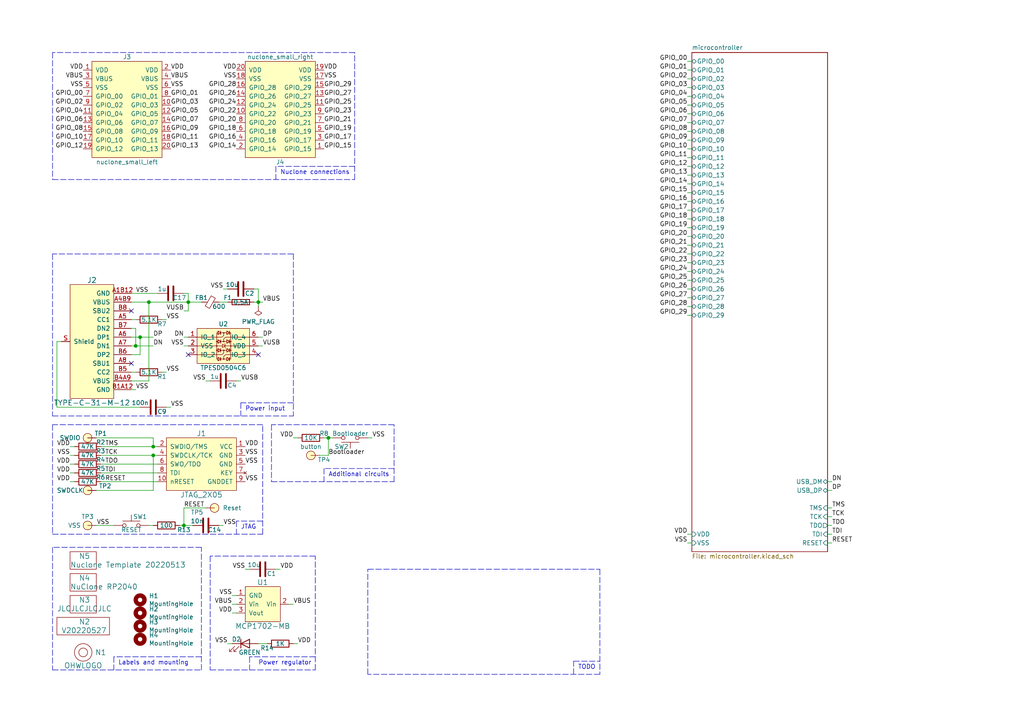
<source format=kicad_sch>
(kicad_sch (version 20211123) (generator eeschema)
  (paper "A4")
  (lib_symbols
    (symbol "Device:C" (pin_numbers hide) (pin_names (offset 0.254))
      (property "Reference" "C" (at 0.635 2.54 0))
      (property "Value" "C" (at 0.635 -2.54 0))
      (symbol "C_0_1"
        (polyline (pts (xy -2.032 -0.762) (xy 2.032 -0.762)) (stroke (width 0.508)))
        (polyline (pts (xy -2.032 0.762) (xy 2.032 0.762)) (stroke (width 0.508)))
      )
      (symbol "C_1_1"
        (pin passive line (at 0 3.81 270) (length 2.794) (name "~") (number "1"))
        (pin passive line (at 0 -3.81 90) (length 2.794) (name "~") (number "2"))
      )
    )
    (symbol "Device:FerriteBead_Small" (pin_numbers hide) (pin_names (offset 0))
      (property "Reference" "FB" (at 1.905 1.27 0))
      (property "Value" "FerriteBead_Small" (at 1.905 -1.27 0))
      (symbol "FerriteBead_Small_0_1"
        (polyline (pts (xy 0 -1.27) (xy 0 -0.7874)))
        (polyline (pts (xy 0 0.889) (xy 0 1.2954)))
        (polyline (pts (xy -1.8288 0.2794) (xy -1.1176 1.4986) (xy 1.8288 -0.2032) (xy 1.1176 -1.4224) (xy -1.8288 0.2794)))
      )
      (symbol "FerriteBead_Small_1_1"
        (pin passive line (at 0 2.54 270) (length 1.27) (name "~") (number "1"))
        (pin passive line (at 0 -2.54 90) (length 1.27) (name "~") (number "2"))
      )
    )
    (symbol "Device:Fuse" (pin_numbers hide) (pin_names (offset 0))
      (property "Reference" "F" (at 2.032 0 90))
      (property "Value" "Fuse" (at -1.905 0 90))
      (symbol "Fuse_0_1"
        (rectangle (start -0.762 -2.54) (end 0.762 2.54) (stroke (width 0.254)))
        (polyline (pts (xy 0 2.54) (xy 0 -2.54)))
      )
      (symbol "Fuse_1_1"
        (pin passive line (at 0 3.81 270) (length 1.27) (name "~") (number "1"))
        (pin passive line (at 0 -3.81 90) (length 1.27) (name "~") (number "2"))
      )
    )
    (symbol "Device:LED" (pin_numbers hide) (pin_names (offset 1.016) hide)
      (property "Reference" "D" (at 0 2.54 0))
      (property "Value" "LED" (at 0 -2.54 0))
      (symbol "LED_0_1"
        (polyline (pts (xy -1.27 -1.27) (xy -1.27 1.27)) (stroke (width 0.254)))
        (polyline (pts (xy -1.27 0) (xy 1.27 0)))
        (polyline (pts (xy 1.27 -1.27) (xy 1.27 1.27) (xy -1.27 0) (xy 1.27 -1.27)) (stroke (width 0.254)))
        (polyline (pts (xy -3.048 -0.762) (xy -4.572 -2.286) (xy -3.81 -2.286) (xy -4.572 -2.286) (xy -4.572 -1.524)))
        (polyline (pts (xy -1.778 -0.762) (xy -3.302 -2.286) (xy -2.54 -2.286) (xy -3.302 -2.286) (xy -3.302 -1.524)))
      )
      (symbol "LED_1_1"
        (pin passive line (at -3.81 0 0) (length 2.54) (name "K") (number "1"))
        (pin passive line (at 3.81 0 180) (length 2.54) (name "A") (number "2"))
      )
    )
    (symbol "Device:R" (pin_numbers hide) (pin_names (offset 0))
      (property "Reference" "R" (at 2.032 0 90))
      (property "Value" "R" (at 0 0 90))
      (symbol "R_0_1"
        (rectangle (start -1.016 -2.54) (end 1.016 2.54) (stroke (width 0.254)))
      )
      (symbol "R_1_1"
        (pin passive line (at 0 3.81 270) (length 1.27) (name "~") (number "1"))
        (pin passive line (at 0 -3.81 90) (length 1.27) (name "~") (number "2"))
      )
    )
    (symbol "Mechanical:MountingHole" (pin_names (offset 1.016))
      (property "Reference" "H" (at 0 5.08 0))
      (property "Value" "MountingHole" (at 0 3.175 0))
      (symbol "MountingHole_0_1"
        (circle (center 0 0) (radius 1.27) (stroke (width 1.27)))
      )
    )
    (symbol "SquantorConnectorsNamed:JTAG_2X05_IN" (pin_names (offset 1.016))
      (property "Reference" "J" (at 0 8.89 0))
      (property "Value" "JTAG_2X05_IN" (at 0 -8.89 0))
      (symbol "JTAG_2X05_IN_0_1"
        (rectangle (start -10.16 7.62) (end 10.16 -7.62) (fill (type background)))
      )
      (symbol "JTAG_2X05_IN_1_1"
        (pin power_in line (at 12.7 5.08 180) (length 2.54) (name "VCC") (number "1"))
        (pin open_collector line (at -12.7 -5.08 0) (length 2.54) (name "nRESET") (number "10"))
        (pin bidirectional line (at -12.7 5.08 0) (length 2.54) (name "SWDIO/TMS") (number "2"))
        (pin power_in line (at 12.7 2.54 180) (length 2.54) (name "GND") (number "3"))
        (pin output line (at -12.7 2.54 0) (length 2.54) (name "SWDCLK/TCK") (number "4"))
        (pin power_in line (at 12.7 0 180) (length 2.54) (name "GND") (number "5"))
        (pin output line (at -12.7 0 0) (length 2.54) (name "SWO/TDO") (number "6"))
        (pin no_connect line (at 12.7 -2.54 180) (length 2.54) (name "KEY") (number "7"))
        (pin input line (at -12.7 -2.54 0) (length 2.54) (name "TDI") (number "8"))
        (pin power_in line (at 12.7 -5.08 180) (length 2.54) (name "GNDDET") (number "9"))
      )
    )
    (symbol "SquantorConnectorsNamed:nuclone_small_left" (pin_names (offset 1.016))
      (property "Reference" "J" (at 0 15.24 0))
      (property "Value" "nuclone_small_left" (at 0 -15.24 0))
      (symbol "nuclone_small_left_0_1"
        (rectangle (start -10.16 13.97) (end 10.16 -13.97) (fill (type background)))
      )
      (symbol "nuclone_small_left_1_1"
        (pin power_in line (at -12.7 11.43 0) (length 2.54) (name "VDD") (number "1"))
        (pin bidirectional line (at 12.7 1.27 180) (length 2.54) (name "GPIO_03") (number "10"))
        (pin bidirectional line (at -12.7 -1.27 0) (length 2.54) (name "GPIO_04") (number "11"))
        (pin bidirectional line (at 12.7 -1.27 180) (length 2.54) (name "GPIO_05") (number "12"))
        (pin bidirectional line (at -12.7 -3.81 0) (length 2.54) (name "GPIO_06") (number "13"))
        (pin bidirectional line (at 12.7 -3.81 180) (length 2.54) (name "GPIO_07") (number "14"))
        (pin bidirectional line (at -12.7 -6.35 0) (length 2.54) (name "GPIO_08") (number "15"))
        (pin bidirectional line (at 12.7 -6.35 180) (length 2.54) (name "GPIO_09") (number "16"))
        (pin bidirectional line (at -12.7 -8.89 0) (length 2.54) (name "GPIO_10") (number "17"))
        (pin bidirectional line (at 12.7 -8.89 180) (length 2.54) (name "GPIO_11") (number "18"))
        (pin bidirectional line (at -12.7 -11.43 0) (length 2.54) (name "GPIO_12") (number "19"))
        (pin power_in line (at 12.7 11.43 180) (length 2.54) (name "VDD") (number "2"))
        (pin bidirectional line (at 12.7 -11.43 180) (length 2.54) (name "GPIO_13") (number "20"))
        (pin power_in line (at -12.7 8.89 0) (length 2.54) (name "VBUS") (number "3"))
        (pin power_in line (at 12.7 8.89 180) (length 2.54) (name "VBUS") (number "4"))
        (pin power_in line (at -12.7 6.35 0) (length 2.54) (name "VSS") (number "5"))
        (pin power_in line (at 12.7 6.35 180) (length 2.54) (name "VSS") (number "6"))
        (pin bidirectional line (at -12.7 3.81 0) (length 2.54) (name "GPIO_00") (number "7"))
        (pin bidirectional line (at 12.7 3.81 180) (length 2.54) (name "GPIO_01") (number "8"))
        (pin bidirectional line (at -12.7 1.27 0) (length 2.54) (name "GPIO_02") (number "9"))
      )
    )
    (symbol "SquantorConnectorsNamed:nuclone_small_right" (pin_names (offset 1.016))
      (property "Reference" "J" (at 0 -15.24 0))
      (property "Value" "nuclone_small_right" (at 0 15.24 0))
      (symbol "nuclone_small_right_0_1"
        (rectangle (start 10.16 -13.97) (end -10.16 13.97) (fill (type background)))
      )
      (symbol "nuclone_small_right_1_1"
        (pin bidirectional line (at 12.7 -11.43 180) (length 2.54) (name "GPIO_15") (number "1"))
        (pin bidirectional line (at -12.7 -1.27 0) (length 2.54) (name "GPIO_22") (number "10"))
        (pin bidirectional line (at 12.7 1.27 180) (length 2.54) (name "GPIO_25") (number "11"))
        (pin bidirectional line (at -12.7 1.27 0) (length 2.54) (name "GPIO_24") (number "12"))
        (pin bidirectional line (at 12.7 3.81 180) (length 2.54) (name "GPIO_27") (number "13"))
        (pin bidirectional line (at -12.7 3.81 0) (length 2.54) (name "GPIO_26") (number "14"))
        (pin bidirectional line (at 12.7 6.35 180) (length 2.54) (name "GPIO_29") (number "15"))
        (pin bidirectional line (at -12.7 6.35 0) (length 2.54) (name "GPIO_28") (number "16"))
        (pin power_in line (at 12.7 8.89 180) (length 2.54) (name "VSS") (number "17"))
        (pin power_in line (at -12.7 8.89 0) (length 2.54) (name "VSS") (number "18"))
        (pin power_in line (at 12.7 11.43 180) (length 2.54) (name "VDD") (number "19"))
        (pin bidirectional line (at -12.7 -11.43 0) (length 2.54) (name "GPIO_14") (number "2"))
        (pin power_in line (at -12.7 11.43 0) (length 2.54) (name "VDD") (number "20"))
        (pin bidirectional line (at 12.7 -8.89 180) (length 2.54) (name "GPIO_17") (number "3"))
        (pin bidirectional line (at -12.7 -8.89 0) (length 2.54) (name "GPIO_16") (number "4"))
        (pin bidirectional line (at 12.7 -6.35 180) (length 2.54) (name "GPIO_19") (number "5"))
        (pin bidirectional line (at -12.7 -6.35 0) (length 2.54) (name "GPIO_18") (number "6"))
        (pin bidirectional line (at 12.7 -3.81 180) (length 2.54) (name "GPIO_21") (number "7"))
        (pin bidirectional line (at -12.7 -3.81 0) (length 2.54) (name "GPIO_20") (number "8"))
        (pin bidirectional line (at 12.7 -1.27 180) (length 2.54) (name "GPIO_23") (number "9"))
      )
    )
    (symbol "SquantorDevice:TVS_4_Array" (pin_names (offset 1.016))
      (property "Reference" "U" (at 0 7.62 0))
      (property "Value" "TVS_4_Array" (at 0 -5.08 0))
      (symbol "TVS_4_Array_0_1"
        (rectangle (start -7.62 6.35) (end 7.62 -3.81) (fill (type background)))
        (circle (center -1.905 0) (radius 0.127))
        (circle (center -1.905 1.27) (radius 0.127))
        (circle (center -1.905 2.54) (radius 0.127))
        (polyline (pts (xy -7.62 1.27) (xy -0.254 1.27)))
        (polyline (pts (xy -1.905 5.08) (xy -1.905 -2.54)))
        (polyline (pts (xy -1.524 -2.54) (xy -1.905 -2.54)))
        (polyline (pts (xy -1.524 0) (xy -1.905 0)))
        (polyline (pts (xy -1.524 2.54) (xy -1.905 2.54)))
        (polyline (pts (xy -1.524 5.08) (xy -1.905 5.08)))
        (polyline (pts (xy -0.762 -2.54) (xy 1.016 -2.54)))
        (polyline (pts (xy -0.762 -2.032) (xy -0.762 -3.048)))
        (polyline (pts (xy -0.762 -2.032) (xy -0.762 -3.048)))
        (polyline (pts (xy -0.762 0) (xy 1.016 0)))
        (polyline (pts (xy -0.762 0.508) (xy -0.762 -0.508)))
        (polyline (pts (xy -0.762 0.508) (xy -0.762 -0.508)))
        (polyline (pts (xy -0.762 2.54) (xy 1.016 2.54)))
        (polyline (pts (xy -0.762 3.048) (xy -0.762 2.032)))
        (polyline (pts (xy -0.762 3.048) (xy -0.762 2.032)))
        (polyline (pts (xy -0.762 5.08) (xy 1.016 5.08)))
        (polyline (pts (xy -0.762 5.588) (xy -0.762 4.572)))
        (polyline (pts (xy -0.762 5.588) (xy -0.762 4.572)))
        (polyline (pts (xy 0.508 1.27) (xy 7.62 1.27)))
        (polyline (pts (xy 1.778 -2.54) (xy 2.159 -2.54)))
        (polyline (pts (xy 1.778 -2.032) (xy 1.778 -3.048)))
        (polyline (pts (xy 1.778 -2.032) (xy 1.778 -3.048)))
        (polyline (pts (xy 1.778 0) (xy 2.159 0)))
        (polyline (pts (xy 1.778 0.508) (xy 1.778 -0.508)))
        (polyline (pts (xy 1.778 0.508) (xy 1.778 -0.508)))
        (polyline (pts (xy 1.778 2.54) (xy 2.159 2.54)))
        (polyline (pts (xy 1.778 3.048) (xy 1.778 2.032)))
        (polyline (pts (xy 1.778 3.048) (xy 1.778 2.032)))
        (polyline (pts (xy 1.778 5.08) (xy 2.159 5.08)))
        (polyline (pts (xy 1.778 5.588) (xy 1.778 4.572)))
        (polyline (pts (xy 1.778 5.588) (xy 1.778 4.572)))
        (polyline (pts (xy 2.159 5.08) (xy 2.159 -2.54)))
        (polyline (pts (xy 0.508 1.27) (xy 0.508 0.762) (xy 0.635 0.635)))
        (polyline (pts (xy 0.508 1.27) (xy 0.508 1.778) (xy 0.381 1.905)))
        (polyline (pts (xy -7.62 -1.27) (xy -0.381 -1.27) (xy 0.127 -0.762) (xy 0.127 0)))
        (polyline (pts (xy -7.62 3.81) (xy -0.381 3.81) (xy 0.127 4.318) (xy 0.127 5.08)))
        (polyline (pts (xy 0.508 1.27) (xy -0.254 1.778) (xy -0.254 0.762) (xy 0.508 1.27)))
        (polyline (pts (xy 7.62 -1.27) (xy 0.635 -1.27) (xy 0.127 -1.778) (xy 0.127 -2.413)))
        (polyline (pts (xy 7.62 3.81) (xy 0.635 3.81) (xy 0.127 3.302) (xy 0.127 2.667)))
        (circle (center 0.127 -2.54) (radius 0.127))
        (circle (center 0.127 0) (radius 0.127))
        (circle (center 0.127 2.54) (radius 0.127))
        (circle (center 0.127 5.08) (radius 0.127))
        (circle (center 2.159 0) (radius 0.127))
        (circle (center 2.159 1.27) (radius 0.127))
        (circle (center 2.159 2.54) (radius 0.127))
      )
      (symbol "TVS_4_Array_1_1"
        (polyline (pts (xy -0.762 -2.54) (xy -1.524 -2.032) (xy -1.524 -3.048) (xy -0.762 -2.54)))
        (polyline (pts (xy -0.762 -2.54) (xy -1.524 -2.032) (xy -1.524 -3.048) (xy -0.762 -2.54)))
        (polyline (pts (xy -0.762 0) (xy -1.524 0.508) (xy -1.524 -0.508) (xy -0.762 0)))
        (polyline (pts (xy -0.762 0) (xy -1.524 0.508) (xy -1.524 -0.508) (xy -0.762 0)))
        (polyline (pts (xy -0.762 2.54) (xy -1.524 3.048) (xy -1.524 2.032) (xy -0.762 2.54)))
        (polyline (pts (xy -0.762 2.54) (xy -1.524 3.048) (xy -1.524 2.032) (xy -0.762 2.54)))
        (polyline (pts (xy -0.762 5.08) (xy -1.524 5.588) (xy -1.524 4.572) (xy -0.762 5.08)))
        (polyline (pts (xy -0.762 5.08) (xy -1.524 5.588) (xy -1.524 4.572) (xy -0.762 5.08)))
        (polyline (pts (xy 1.778 -2.54) (xy 1.016 -2.032) (xy 1.016 -3.048) (xy 1.778 -2.54)))
        (polyline (pts (xy 1.778 -2.54) (xy 1.016 -2.032) (xy 1.016 -3.048) (xy 1.778 -2.54)))
        (polyline (pts (xy 1.778 0) (xy 1.016 0.508) (xy 1.016 -0.508) (xy 1.778 0)))
        (polyline (pts (xy 1.778 0) (xy 1.016 0.508) (xy 1.016 -0.508) (xy 1.778 0)))
        (polyline (pts (xy 1.778 2.54) (xy 1.016 3.048) (xy 1.016 2.032) (xy 1.778 2.54)))
        (polyline (pts (xy 1.778 2.54) (xy 1.016 3.048) (xy 1.016 2.032) (xy 1.778 2.54)))
        (polyline (pts (xy 1.778 5.08) (xy 1.016 5.588) (xy 1.016 4.572) (xy 1.778 5.08)))
        (polyline (pts (xy 1.778 5.08) (xy 1.016 5.588) (xy 1.016 4.572) (xy 1.778 5.08)))
        (pin passive line (at -10.16 3.81 0) (length 2.54) (name "IO_1") (number "1"))
        (pin power_in line (at -10.16 1.27 0) (length 2.54) (name "VSS") (number "2"))
        (pin passive line (at -10.16 -1.27 0) (length 2.54) (name "IO_2") (number "3"))
        (pin passive line (at 10.16 -1.27 180) (length 2.54) (name "IO_3") (number "4"))
        (pin power_in line (at 10.16 1.27 180) (length 2.54) (name "VDD") (number "5"))
        (pin passive line (at 10.16 3.81 180) (length 2.54) (name "IO_4") (number "6"))
      )
    )
    (symbol "SquantorLabels:Label" (pin_names (offset 1.016))
      (property "Reference" "N" (at 0 1.27 0))
      (property "Value" "Label" (at 0 -1.27 0))
      (symbol "Label_0_1"
        (rectangle (start -3.81 2.54) (end 3.81 -2.54))
      )
    )
    (symbol "SquantorLabels:OHWLOGO" (pin_names (offset 1.016))
      (property "Reference" "N" (at 0 3.81 0))
      (property "Value" "OHWLOGO" (at 0 -3.81 0))
      (symbol "OHWLOGO_0_1"
        (circle (center 0 0) (radius 1.27))
        (circle (center 0 0) (radius 2.54))
      )
    )
    (symbol "SquantorLabels:VYYYYMMDD" (pin_names (offset 1.016))
      (property "Reference" "N" (at 0 2.54 0))
      (property "Value" "VYYYYMMDD" (at 0 0 0))
      (symbol "VYYYYMMDD_0_1"
        (rectangle (start 7.62 -1.27) (end -7.62 3.81))
      )
    )
    (symbol "SquantorMicrochip:MCP1702-MB" (pin_names (offset 1.016))
      (property "Reference" "U" (at 0 6.35 0))
      (property "Value" "MCP1702-MB" (at 0 -6.35 0))
      (symbol "MCP1702-MB_0_1"
        (rectangle (start -5.08 5.08) (end 5.08 -5.08) (fill (type background)))
      )
      (symbol "MCP1702-MB_1_1"
        (pin power_in line (at -7.62 2.54 0) (length 2.54) (name "GND") (number "1"))
        (pin power_in line (at -7.62 0 0) (length 2.54) (name "Vin") (number "2"))
        (pin power_in line (at 7.62 0 180) (length 2.54) (name "Vin") (number "2"))
        (pin power_out line (at -7.62 -2.54 0) (length 2.54) (name "Vout") (number "3"))
      )
    )
    (symbol "SquantorProto:testpad" (pin_numbers hide) (pin_names (offset 1.016) hide)
      (property "Reference" "TP" (at 0 2.54 0))
      (property "Value" "testpad" (at 0 -2.54 0))
      (symbol "testpad_0_1"
        (circle (center 0 0) (radius 1.27) (fill (type background)))
      )
      (symbol "testpad_1_1"
        (pin passive line (at -2.54 0 0) (length 2.54) (name "1") (number "1"))
      )
    )
    (symbol "SquantorUsb:USB-C_PD_USB" (pin_names (offset 1.016))
      (property "Reference" "J" (at 0 17.78 0))
      (property "Value" "USB-C_PD_USB" (at 0 -17.78 0))
      (symbol "USB-C_PD_USB_0_1"
        (rectangle (start 6.35 16.51) (end -6.35 -16.51) (fill (type background)))
      )
      (symbol "USB-C_PD_USB_1_1"
        (pin power_out line (at 11.43 13.97 180) (length 5.08) (name "GND") (number "A1B12"))
        (pin power_out line (at 11.43 11.43 180) (length 5.08) (name "VBUS") (number "A4B9"))
        (pin bidirectional line (at 11.43 6.35 180) (length 5.08) (name "CC1") (number "A5"))
        (pin bidirectional line (at 11.43 1.27 180) (length 5.08) (name "DP1") (number "A6"))
        (pin bidirectional line (at 11.43 -1.27 180) (length 5.08) (name "DN1") (number "A7"))
        (pin bidirectional line (at 11.43 -6.35 180) (length 5.08) (name "SBU1") (number "A8"))
        (pin passive line (at 11.43 -13.97 180) (length 5.08) (name "GND") (number "B1A12"))
        (pin passive line (at 11.43 -11.43 180) (length 5.08) (name "VBUS") (number "B4A9"))
        (pin bidirectional line (at 11.43 -8.89 180) (length 5.08) (name "CC2") (number "B5"))
        (pin bidirectional line (at 11.43 -3.81 180) (length 5.08) (name "DP2") (number "B6"))
        (pin bidirectional line (at 11.43 3.81 180) (length 5.08) (name "DN2") (number "B7"))
        (pin bidirectional line (at 11.43 8.89 180) (length 5.08) (name "SBU2") (number "B8"))
        (pin passive line (at -8.89 0 0) (length 2.54) (name "Shield") (number "S"))
      )
    )
    (symbol "Switch:SW_Push" (pin_numbers hide) (pin_names (offset 1.016) hide)
      (property "Reference" "SW" (at 1.27 2.54 0))
      (property "Value" "SW_Push" (at 0 -1.524 0))
      (symbol "SW_Push_0_1"
        (circle (center -2.032 0) (radius 0.508))
        (polyline (pts (xy 0 1.27) (xy 0 3.048)))
        (polyline (pts (xy 2.54 1.27) (xy -2.54 1.27)))
        (circle (center 2.032 0) (radius 0.508))
        (pin passive line (at -5.08 0 0) (length 2.54) (name "1") (number "1"))
        (pin passive line (at 5.08 0 180) (length 2.54) (name "2") (number "2"))
      )
    )
    (symbol "power:PWR_FLAG" (power) (pin_numbers hide) (pin_names (offset 0) hide)
      (property "Value" "PWR_FLAG" (at 0 3.81 0))
      (symbol "PWR_FLAG_0_0"
        (pin power_out line (at 0 0 90) (length 0) (name "pwr") (number "1"))
      )
      (symbol "PWR_FLAG_0_1"
        (polyline (pts (xy 0 0) (xy 0 1.27) (xy -1.016 1.905) (xy 0 2.54) (xy 1.016 1.905) (xy 0 1.27)))
      )
    )
  )
  (junction (at 95.25 127))
  (junction (at 44.45 132.08))
  (junction (at 39.37 100.33))
  (junction (at 54.61 87.63))
  (junction (at 44.45 129.54))
  (junction (at 43.18 87.63))
  (junction (at 74.93 87.63))
  (junction (at 53.34 152.4))
  (junction (at 40.64 97.79))
  (no_connect (at 38.1 105.41))
  (no_connect (at 38.1 90.17))
  (no_connect (at 74.93 102.87))
  (no_connect (at 54.61 102.87))
  (polyline (pts (xy 76.2 123.19) (xy 15.24 123.19)))
  (wire (pts (xy 200.66 35.56) (xy 199.39 35.56)))
  (polyline (pts (xy 76.2 154.94) (xy 76.2 123.19)))
  (wire (pts (xy 199.39 78.74) (xy 200.66 78.74)))
  (polyline (pts (xy 114.3 139.7) (xy 114.3 123.19)))
  (wire (pts (xy 54.61 87.63) (xy 58.42 87.63)))
  (wire (pts (xy 20.32 134.62) (xy 21.59 134.62)))
  (wire (pts (xy 16.51 118.11) (xy 40.64 118.11)))
  (polyline (pts (xy 91.44 190.5) (xy 72.39 190.5)))
  (wire (pts (xy 53.34 90.17) (xy 54.61 90.17)))
  (wire (pts (xy 38.1 87.63) (xy 43.18 87.63)))
  (wire (pts (xy 40.64 97.79) (xy 40.64 102.87)))
  (wire (pts (xy 77.47 186.69) (xy 74.93 186.69)))
  (polyline (pts (xy 15.24 120.65) (xy 85.09 120.65)))
  (wire (pts (xy 17.78 99.06) (xy 16.51 99.06)))
  (wire (pts (xy 64.77 83.82) (xy 66.04 83.82)))
  (wire (pts (xy 29.21 139.7) (xy 45.72 139.7)))
  (wire (pts (xy 29.21 132.08) (xy 44.45 132.08)))
  (wire (pts (xy 16.51 99.06) (xy 16.51 118.11)))
  (wire (pts (xy 39.37 95.25) (xy 39.37 100.33)))
  (wire (pts (xy 52.07 152.4) (xy 53.34 152.4)))
  (wire (pts (xy 74.93 83.82) (xy 74.93 87.63)))
  (wire (pts (xy 200.66 91.44) (xy 199.39 91.44)))
  (wire (pts (xy 46.99 107.95) (xy 48.26 107.95)))
  (polyline (pts (xy 85.09 116.84) (xy 69.85 116.84)))
  (wire (pts (xy 199.39 38.1) (xy 200.66 38.1)))
  (wire (pts (xy 29.21 134.62) (xy 45.72 134.62)))
  (polyline (pts (xy 78.74 139.7) (xy 114.3 139.7)))
  (wire (pts (xy 200.66 71.12) (xy 199.39 71.12)))
  (wire (pts (xy 240.03 139.7) (xy 241.3 139.7)))
  (wire (pts (xy 200.66 45.72) (xy 199.39 45.72)))
  (wire (pts (xy 64.77 152.4) (xy 63.5 152.4)))
  (polyline (pts (xy 72.39 190.5) (xy 72.39 194.31)))
  (polyline (pts (xy 15.24 194.31) (xy 58.42 194.31)))
  (wire (pts (xy 29.21 129.54) (xy 44.45 129.54)))
  (wire (pts (xy 200.66 50.8) (xy 199.39 50.8)))
  (polyline (pts (xy 58.42 194.31) (xy 58.42 158.75)))
  (polyline (pts (xy 15.24 73.66) (xy 15.24 120.65)))
  (wire (pts (xy 48.26 92.71) (xy 46.99 92.71)))
  (wire (pts (xy 200.66 157.48) (xy 199.39 157.48)))
  (wire (pts (xy 67.31 177.8) (xy 68.58 177.8)))
  (polyline (pts (xy 106.68 195.58) (xy 106.68 165.1)))
  (polyline (pts (xy 173.99 165.1) (xy 173.99 195.58)))
  (wire (pts (xy 200.66 60.96) (xy 199.39 60.96)))
  (wire (pts (xy 27.94 152.4) (xy 33.02 152.4)))
  (wire (pts (xy 44.45 127) (xy 44.45 129.54)))
  (wire (pts (xy 200.66 86.36) (xy 199.39 86.36)))
  (polyline (pts (xy 58.42 158.75) (xy 15.24 158.75)))
  (polyline (pts (xy 91.44 161.29) (xy 60.96 161.29)))
  (wire (pts (xy 44.45 142.24) (xy 44.45 132.08)))
  (wire (pts (xy 53.34 147.32) (xy 53.34 152.4)))
  (wire (pts (xy 74.93 87.63) (xy 73.66 87.63)))
  (wire (pts (xy 241.3 154.94) (xy 240.03 154.94)))
  (wire (pts (xy 74.93 88.9) (xy 74.93 87.63)))
  (wire (pts (xy 199.39 27.94) (xy 200.66 27.94)))
  (wire (pts (xy 73.66 83.82) (xy 74.93 83.82)))
  (wire (pts (xy 200.66 81.28) (xy 199.39 81.28)))
  (wire (pts (xy 241.3 149.86) (xy 240.03 149.86)))
  (wire (pts (xy 38.1 85.09) (xy 45.72 85.09)))
  (wire (pts (xy 199.39 53.34) (xy 200.66 53.34)))
  (wire (pts (xy 54.61 85.09) (xy 54.61 87.63)))
  (wire (pts (xy 63.5 87.63) (xy 66.04 87.63)))
  (wire (pts (xy 38.1 97.79) (xy 40.64 97.79)))
  (wire (pts (xy 67.31 172.72) (xy 68.58 172.72)))
  (polyline (pts (xy 114.3 135.89) (xy 93.98 135.89)))
  (wire (pts (xy 74.93 100.33) (xy 76.2 100.33)))
  (wire (pts (xy 199.39 83.82) (xy 200.66 83.82)))
  (wire (pts (xy 43.18 87.63) (xy 54.61 87.63)))
  (polyline (pts (xy 15.24 154.94) (xy 76.2 154.94)))
  (wire (pts (xy 20.32 139.7) (xy 21.59 139.7)))
  (wire (pts (xy 199.39 88.9) (xy 200.66 88.9)))
  (wire (pts (xy 199.39 154.94) (xy 200.66 154.94)))
  (polyline (pts (xy 80.01 48.26) (xy 80.01 52.07)))
  (wire (pts (xy 93.98 127) (xy 95.25 127)))
  (polyline (pts (xy 166.37 195.58) (xy 166.37 191.77)))
  (wire (pts (xy 43.18 152.4) (xy 44.45 152.4)))
  (wire (pts (xy 200.66 76.2) (xy 199.39 76.2)))
  (wire (pts (xy 20.32 129.54) (xy 21.59 129.54)))
  (wire (pts (xy 55.88 152.4) (xy 53.34 152.4)))
  (wire (pts (xy 199.39 58.42) (xy 200.66 58.42)))
  (wire (pts (xy 200.66 20.32) (xy 199.39 20.32)))
  (wire (pts (xy 240.03 147.32) (xy 241.3 147.32)))
  (wire (pts (xy 44.45 129.54) (xy 45.72 129.54)))
  (wire (pts (xy 69.85 110.49) (xy 68.58 110.49)))
  (wire (pts (xy 199.39 43.18) (xy 200.66 43.18)))
  (wire (pts (xy 200.66 66.04) (xy 199.39 66.04)))
  (wire (pts (xy 95.25 132.08) (xy 95.25 127)))
  (wire (pts (xy 199.39 48.26) (xy 200.66 48.26)))
  (polyline (pts (xy 85.09 73.66) (xy 85.09 120.65)))
  (wire (pts (xy 240.03 142.24) (xy 241.3 142.24)))
  (wire (pts (xy 200.66 40.64) (xy 199.39 40.64)))
  (wire (pts (xy 199.39 63.5) (xy 200.66 63.5)))
  (wire (pts (xy 200.66 25.4) (xy 199.39 25.4)))
  (wire (pts (xy 44.45 100.33) (xy 39.37 100.33)))
  (polyline (pts (xy 173.99 195.58) (xy 106.68 195.58)))
  (polyline (pts (xy 76.2 151.13) (xy 68.58 151.13)))
  (polyline (pts (xy 60.96 161.29) (xy 60.96 194.31)))
  (polyline (pts (xy 15.24 52.07) (xy 102.87 52.07)))
  (wire (pts (xy 199.39 22.86) (xy 200.66 22.86)))
  (wire (pts (xy 53.34 100.33) (xy 54.61 100.33)))
  (polyline (pts (xy 78.74 123.19) (xy 78.74 139.7)))
  (wire (pts (xy 43.18 110.49) (xy 43.18 87.63)))
  (wire (pts (xy 80.01 165.1) (xy 81.28 165.1)))
  (wire (pts (xy 39.37 100.33) (xy 38.1 100.33)))
  (polyline (pts (xy 15.24 15.24) (xy 15.24 52.07)))
  (polyline (pts (xy 166.37 191.77) (xy 173.99 191.77)))
  (wire (pts (xy 199.39 33.02) (xy 200.66 33.02)))
  (wire (pts (xy 199.39 17.78) (xy 200.66 17.78)))
  (wire (pts (xy 38.1 110.49) (xy 43.18 110.49)))
  (wire (pts (xy 199.39 73.66) (xy 200.66 73.66)))
  (polyline (pts (xy 58.42 190.5) (xy 33.02 190.5)))
  (wire (pts (xy 38.1 92.71) (xy 39.37 92.71)))
  (wire (pts (xy 240.03 152.4) (xy 241.3 152.4)))
  (polyline (pts (xy 114.3 123.19) (xy 78.74 123.19)))
  (wire (pts (xy 67.31 186.69) (xy 66.04 186.69)))
  (polyline (pts (xy 69.85 116.84) (xy 69.85 120.65)))
  (wire (pts (xy 27.94 127) (xy 44.45 127)))
  (wire (pts (xy 27.94 142.24) (xy 44.45 142.24)))
  (wire (pts (xy 40.64 102.87) (xy 38.1 102.87)))
  (polyline (pts (xy 15.24 123.19) (xy 15.24 154.94)))
  (polyline (pts (xy 85.09 73.66) (xy 15.24 73.66)))
  (wire (pts (xy 68.58 175.26) (xy 67.31 175.26)))
  (wire (pts (xy 60.96 110.49) (xy 59.69 110.49)))
  (wire (pts (xy 200.66 30.48) (xy 199.39 30.48)))
  (polyline (pts (xy 33.02 190.5) (xy 33.02 194.31)))
  (polyline (pts (xy 93.98 135.89) (xy 93.98 139.7)))
  (polyline (pts (xy 102.87 48.26) (xy 80.01 48.26)))
  (wire (pts (xy 21.59 132.08) (xy 20.32 132.08)))
  (wire (pts (xy 85.09 127) (xy 86.36 127)))
  (polyline (pts (xy 102.87 52.07) (xy 102.87 15.24)))
  (wire (pts (xy 92.71 132.08) (xy 95.25 132.08)))
  (wire (pts (xy 200.66 55.88) (xy 199.39 55.88)))
  (wire (pts (xy 85.09 175.26) (xy 83.82 175.26)))
  (wire (pts (xy 53.34 85.09) (xy 54.61 85.09)))
  (wire (pts (xy 29.21 137.16) (xy 45.72 137.16)))
  (wire (pts (xy 71.12 165.1) (xy 72.39 165.1)))
  (polyline (pts (xy 60.96 194.31) (xy 91.44 194.31)))
  (wire (pts (xy 76.2 87.63) (xy 74.93 87.63)))
  (wire (pts (xy 39.37 107.95) (xy 38.1 107.95)))
  (wire (pts (xy 76.2 97.79) (xy 74.93 97.79)))
  (wire (pts (xy 59.69 147.32) (xy 53.34 147.32)))
  (wire (pts (xy 54.61 90.17) (xy 54.61 87.63)))
  (polyline (pts (xy 15.24 158.75) (xy 15.24 194.31)))
  (wire (pts (xy 199.39 68.58) (xy 200.66 68.58)))
  (wire (pts (xy 44.45 132.08) (xy 45.72 132.08)))
  (wire (pts (xy 107.95 127) (xy 106.68 127)))
  (wire (pts (xy 49.53 118.11) (xy 48.26 118.11)))
  (polyline (pts (xy 68.58 151.13) (xy 68.58 154.94)))
  (wire (pts (xy 95.25 127) (xy 96.52 127)))
  (wire (pts (xy 86.36 186.69) (xy 85.09 186.69)))
  (wire (pts (xy 39.37 113.03) (xy 38.1 113.03)))
  (polyline (pts (xy 91.44 194.31) (xy 91.44 161.29)))
  (wire (pts (xy 21.59 137.16) (xy 20.32 137.16)))
  (wire (pts (xy 44.45 97.79) (xy 40.64 97.79)))
  (wire (pts (xy 38.1 95.25) (xy 39.37 95.25)))
  (wire (pts (xy 240.03 157.48) (xy 241.3 157.48)))
  (polyline (pts (xy 106.68 165.1) (xy 173.99 165.1)))
  (polyline (pts (xy 102.87 15.24) (xy 15.24 15.24)))
  (wire (pts (xy 54.61 97.79) (xy 53.34 97.79)))
  (text "JTAG" (at 69.85 153.67 0) (effects (font (size 1.27 1.27)) (justify left bottom)))
  (text "Power regulator" (at 74.93 193.04 0) (effects (font (size 1.27 1.27)) (justify left bottom)))
  (text "TODO" (at 167.64 194.31 0) (effects (font (size 1.27 1.27)) (justify left bottom)))
  (text "Additional circuits" (at 95.25 138.43 0) (effects (font (size 1.27 1.27)) (justify left bottom)))
  (text "Nuclone connections" (at 81.28 50.8 0) (effects (font (size 1.27 1.27)) (justify left bottom)))
  (text "Labels and mounting" (at 34.29 193.04 0) (effects (font (size 1.27 1.27)) (justify left bottom)))
  (text "Power input" (at 71.12 119.38 0) (effects (font (size 1.27 1.27)) (justify left bottom)))
  (label "GPIO_15" (at 199.39 55.88 180))
  (label "VDD" (at 24.13 20.32 180))
  (label "VDD" (at 68.58 20.32 180))
  (label "GPIO_26" (at 199.39 83.82 180))
  (label "VUSB" (at 53.34 90.17 180))
  (label "VBUS" (at 85.09 175.26 0))
  (label "TDI" (at 30.48 137.16 0))
  (label "VUSB" (at 76.2 100.33 0))
  (label "GPIO_08" (at 24.13 38.1 180))
  (label "GPIO_21" (at 199.39 71.12 180))
  (label "TMS" (at 30.48 129.54 0))
  (label "GPIO_19" (at 93.98 38.1 0))
  (label "GPIO_11" (at 49.53 40.64 0))
  (label "RESET" (at 53.34 147.32 0))
  (label "GPIO_27" (at 93.98 27.94 0))
  (label "VDD" (at 71.12 129.54 0))
  (label "GPIO_07" (at 199.39 35.56 180))
  (label "GPIO_17" (at 199.39 60.96 180))
  (label "VBUS" (at 67.31 175.26 180))
  (label "VSS" (at 64.77 152.4 0))
  (label "VSS" (at 31.75 152.4 180))
  (label "VSS" (at 59.69 110.49 180))
  (label "DN" (at 53.34 97.79 180))
  (label "TDO" (at 30.48 134.62 0))
  (label "GPIO_27" (at 199.39 86.36 180))
  (label "GPIO_00" (at 199.39 17.78 180))
  (label "GPIO_22" (at 68.58 33.02 180))
  (label "GPIO_17" (at 93.98 40.64 0))
  (label "DP" (at 44.45 97.79 0))
  (label "GPIO_05" (at 199.39 30.48 180))
  (label "VSS" (at 107.95 127 0))
  (label "GPIO_02" (at 199.39 22.86 180))
  (label "VSS" (at 71.12 134.62 0))
  (label "GPIO_03" (at 49.53 30.48 0))
  (label "GPIO_01" (at 49.53 27.94 0))
  (label "VSS" (at 39.37 113.03 0))
  (label "GPIO_24" (at 199.39 78.74 180))
  (label "GPIO_16" (at 199.39 58.42 180))
  (label "GPIO_14" (at 199.39 53.34 180))
  (label "VDD" (at 20.32 137.16 180))
  (label "DP" (at 241.3 142.24 0))
  (label "TDI" (at 241.3 154.94 0))
  (label "GPIO_14" (at 68.58 43.18 180))
  (label "GPIO_18" (at 68.58 38.1 180))
  (label "GPIO_10" (at 199.39 43.18 180))
  (label "GPIO_20" (at 68.58 35.56 180))
  (label "GPIO_22" (at 199.39 73.66 180))
  (label "VSS" (at 48.26 107.95 0))
  (label "VSS" (at 48.26 92.71 0))
  (label "VDD" (at 20.32 129.54 180))
  (label "GPIO_16" (at 68.58 40.64 180))
  (label "GPIO_07" (at 49.53 35.56 0))
  (label "VUSB" (at 69.85 110.49 0))
  (label "DN" (at 241.3 139.7 0))
  (label "GPIO_13" (at 49.53 43.18 0))
  (label "VBUS" (at 24.13 22.86 180))
  (label "GPIO_29" (at 199.39 91.44 180))
  (label "VSS" (at 39.37 85.09 0))
  (label "GPIO_19" (at 199.39 66.04 180))
  (label "VSS" (at 93.98 22.86 0))
  (label "RESET" (at 30.48 139.7 0))
  (label "GPIO_20" (at 199.39 68.58 180))
  (label "GPIO_29" (at 93.98 25.4 0))
  (label "VDD" (at 81.28 165.1 0))
  (label "VSS" (at 199.39 157.48 180))
  (label "VSS" (at 66.04 186.69 180))
  (label "GPIO_02" (at 24.13 30.48 180))
  (label "GPIO_26" (at 68.58 27.94 180))
  (label "TCK" (at 241.3 149.86 0))
  (label "VSS" (at 71.12 132.08 0))
  (label "GPIO_09" (at 49.53 38.1 0))
  (label "GPIO_06" (at 199.39 33.02 180))
  (label "VSS" (at 68.58 22.86 180))
  (label "GPIO_12" (at 24.13 43.18 180))
  (label "GPIO_12" (at 199.39 48.26 180))
  (label "GPIO_08" (at 199.39 38.1 180))
  (label "Bootloader" (at 95.25 132.08 0))
  (label "VBUS" (at 49.53 22.86 0))
  (label "VBUS" (at 76.2 87.63 0))
  (label "GPIO_25" (at 199.39 81.28 180))
  (label "VDD" (at 86.36 186.69 0))
  (label "GPIO_09" (at 199.39 40.64 180))
  (label "VSS" (at 53.34 100.33 180))
  (label "VSS" (at 64.77 83.82 180))
  (label "VSS" (at 49.53 118.11 0))
  (label "VDD" (at 85.09 127 180))
  (label "GPIO_01" (at 199.39 20.32 180))
  (label "DN" (at 44.45 100.33 0))
  (label "GPIO_00" (at 24.13 27.94 180))
  (label "TCK" (at 30.48 132.08 0))
  (label "GPIO_28" (at 68.58 25.4 180))
  (label "VSS" (at 71.12 139.7 0))
  (label "TDO" (at 241.3 152.4 0))
  (label "VSS" (at 71.12 165.1 180))
  (label "GPIO_18" (at 199.39 63.5 180))
  (label "GPIO_11" (at 199.39 45.72 180))
  (label "VDD" (at 20.32 134.62 180))
  (label "GPIO_28" (at 199.39 88.9 180))
  (label "GPIO_13" (at 199.39 50.8 180))
  (label "VDD" (at 67.31 177.8 180))
  (label "GPIO_23" (at 199.39 76.2 180))
  (label "GPIO_25" (at 93.98 30.48 0))
  (label "GPIO_15" (at 93.98 43.18 0))
  (label "GPIO_23" (at 93.98 33.02 0))
  (label "DP" (at 76.2 97.79 0))
  (label "GPIO_21" (at 93.98 35.56 0))
  (label "VSS" (at 49.53 25.4 0))
  (label "GPIO_06" (at 24.13 35.56 180))
  (label "RESET" (at 241.3 157.48 0))
  (label "TMS" (at 241.3 147.32 0))
  (label "VDD" (at 20.32 139.7 180))
  (label "VSS" (at 67.31 172.72 180))
  (label "VDD" (at 199.39 154.94 180))
  (label "VDD" (at 49.53 20.32 0))
  (label "GPIO_04" (at 24.13 33.02 180))
  (label "VSS" (at 24.13 25.4 180))
  (label "VDD" (at 93.98 20.32 0))
  (label "GPIO_24" (at 68.58 30.48 180))
  (label "GPIO_04" (at 199.39 27.94 180))
  (label "GPIO_03" (at 199.39 25.4 180))
  (label "VSS" (at 20.32 132.08 180))
  (label "GPIO_10" (at 24.13 40.64 180))
  (label "GPIO_05" (at 49.53 33.02 0))
  (symbol (lib_id "SquantorLabels:OHWLOGO") (at 24.13 189.23 0) (unit 1)
    (property "Reference" "N1" (at 29.21 189.23 0) (effects (font (size 1.524 1.524))))
    (property "Value" "OHWLOGO" (at 24.13 193.04 0) (effects (font (size 1.524 1.524))))
    (property "Footprint" "Symbol:OSHW-Symbol_6.7x6mm_SilkScreen" (effects hide))
  )
  (symbol (lib_id "SquantorConnectorsNamed:JTAG_2X05_IN") (at 58.42 134.62 0) (unit 1)
    (property "Reference" "J1" (at 58.42 125.73 0) (effects (font (size 1.524 1.524))))
    (property "Value" "JTAG_2X05" (at 58.42 143.51 0) (effects (font (size 1.524 1.524))))
    (property "Footprint" "SquantorConnectors:Header-0127-2X05-H006" (effects hide))
  )
  (symbol (lib_id "Device:FerriteBead_Small") (at 60.96 87.63 270) (unit 1)
    (property "Reference" "FB1" (at 58.42 86.36 90))
    (property "Value" "600" (at 63.5 88.9 90))
    (property "Footprint" "SquantorRcl:L_0603" (effects hide))
  )
  (symbol (lib_id "Device:Fuse") (at 69.85 87.63 270) (unit 1)
    (property "Reference" "F1" (at 66.04 86.36 90))
    (property "Value" "0.5A" (at 69.85 87.63 90))
    (property "Footprint" "SquantorRcl:F_0603_hand" (effects hide))
  )
  (symbol (lib_id "Device:C") (at 69.85 83.82 90) (unit 1)
    (property "Reference" "C2" (at 72.39 85.09 90))
    (property "Value" "10u" (at 67.31 82.55 90))
    (property "Footprint" "SquantorRcl:C_0603" (effects hide))
  )
  (symbol (lib_id "power:PWR_FLAG") (at 74.93 88.9 180) (unit 1)
    (property "Reference" "#FLG01" (effects hide))
    (property "Value" "PWR_FLAG" (at 74.93 93.2942 0))
  )
  (symbol (lib_id "Mechanical:MountingHole") (at 40.64 185.42 0) (unit 1)
    (property "Reference" "H4" (at 43.18 184.2516 0) (effects (justify left)))
    (property "Value" "MountingHole" (at 43.18 186.563 0) (effects (justify left)))
    (property "Footprint" "MountingHole:MountingHole_3.2mm_M3_Pad_Via" (effects hide))
  )
  (symbol (lib_id "Mechanical:MountingHole") (at 40.64 181.61 0) (unit 1)
    (property "Reference" "H3" (at 43.18 180.4416 0) (effects (justify left)))
    (property "Value" "MountingHole" (at 43.18 182.753 0) (effects (justify left)))
    (property "Footprint" "MountingHole:MountingHole_3.2mm_M3_Pad_Via" (effects hide))
  )
  (symbol (lib_id "Mechanical:MountingHole") (at 40.64 177.8 0) (unit 1)
    (property "Reference" "H2" (at 43.18 176.6316 0) (effects (justify left)))
    (property "Value" "MountingHole" (at 43.18 178.943 0) (effects (justify left)))
    (property "Footprint" "MountingHole:MountingHole_3.2mm_M3_Pad_Via" (effects hide))
  )
  (symbol (lib_id "Mechanical:MountingHole") (at 40.64 173.99 0) (unit 1)
    (property "Reference" "H1" (at 43.18 172.8216 0) (effects (justify left)))
    (property "Value" "MountingHole" (at 43.18 175.133 0) (effects (justify left)))
    (property "Footprint" "MountingHole:MountingHole_3.2mm_M3_Pad_Via" (effects hide))
  )
  (symbol (lib_id "SquantorLabels:VYYYYMMDD") (at 24.13 182.88 0) (unit 1)
    (property "Reference" "N2" (at 22.86 180.34 0) (effects (font (size 1.524 1.524)) (justify left)))
    (property "Value" "V20220527" (at 17.78 182.88 0) (effects (font (size 1.524 1.524)) (justify left)))
    (property "Footprint" "SquantorLabels:Label_Generic" (effects hide))
  )
  (symbol (lib_id "SquantorMicrochip:MCP1702-MB") (at 76.2 175.26 0) (unit 1)
    (property "Reference" "U1" (at 76.2 168.91 0) (effects (font (size 1.524 1.524))))
    (property "Value" "MCP1702-MB" (at 76.2 181.61 0) (effects (font (size 1.524 1.524))))
    (property "Footprint" "SquantorIC:SOT89-NXP" (effects hide))
  )
  (symbol (lib_id "Device:C") (at 76.2 165.1 270) (unit 1)
    (property "Reference" "C1" (at 78.74 166.37 90))
    (property "Value" "10u" (at 73.66 163.83 90))
    (property "Footprint" "SquantorRcl:C_0603" (effects hide))
  )
  (symbol (lib_id "SquantorConnectorsNamed:nuclone_small_left") (at 36.83 31.75 0) (unit 1)
    (property "Reference" "J3" (at 36.83 16.51 0))
    (property "Value" "nuclone_small_left" (at 36.83 46.99 0))
    (property "Footprint" "SquantorConnectorsNamed:nuclone_small_left_stacked" (effects hide))
  )
  (symbol (lib_id "SquantorConnectorsNamed:nuclone_small_right") (at 81.28 31.75 0) (unit 1)
    (property "Reference" "J4" (at 81.28 46.99 0))
    (property "Value" "nuclone_small_right" (at 81.28 16.51 0))
    (property "Footprint" "SquantorConnectorsNamed:nuclone_small_right_stacked" (effects hide))
  )
  (symbol (lib_id "SquantorLabels:Label") (at 24.13 175.26 0) (unit 1)
    (property "Reference" "N3" (at 22.86 173.99 0) (effects (font (size 1.524 1.524)) (justify left)))
    (property "Value" "JLCJLCJLCJLC" (at 16.51 176.53 0) (effects (font (size 1.524 1.524)) (justify left)))
    (property "Footprint" "SquantorLabels:Label_Generic" (effects hide))
  )
  (symbol (lib_id "Switch:SW_Push") (at 38.1 152.4 0) (unit 1)
    (property "Reference" "SW1" (at 40.64 149.86 0))
    (property "Value" "RESET" (at 38.1 153.67 0))
    (property "Footprint" "SquantorSwitches:TD-85XU" (effects hide))
  )
  (symbol (lib_id "SquantorUsb:USB-C_PD_USB") (at 26.67 99.06 0) (unit 1)
    (property "Reference" "J2" (at 26.67 81.28 0) (effects (font (size 1.524 1.524))))
    (property "Value" "TYPE-C-31-M-12" (at 26.67 116.84 0) (effects (font (size 1.524 1.524))))
    (property "Footprint" "SquantorUsb:USB-C-HRO-31-M-12" (effects hide))
  )
  (symbol (lib_id "Device:R") (at 43.18 107.95 270) (unit 1)
    (property "Reference" "R1" (at 46.99 109.22 90))
    (property "Value" "5.1K" (at 43.18 107.95 90))
    (property "Footprint" "SquantorRcl:R_0402_hand" (effects hide))
  )
  (symbol (lib_id "Device:C") (at 44.45 118.11 270) (unit 1)
    (property "Reference" "C9" (at 46.99 119.38 90))
    (property "Value" "100n" (at 40.64 116.84 90))
    (property "Footprint" "SquantorRcl:C_0805" (effects hide))
  )
  (symbol (lib_id "Device:R") (at 25.4 129.54 270) (unit 1)
    (property "Reference" "R2" (at 29.21 128.27 90))
    (property "Value" "47K" (at 25.4 129.54 90))
    (property "Footprint" "SquantorRcl:R_0402_hand" (effects hide))
  )
  (symbol (lib_id "Device:R") (at 25.4 132.08 270) (unit 1)
    (property "Reference" "R3" (at 29.21 130.81 90))
    (property "Value" "47K" (at 25.4 132.08 90))
    (property "Footprint" "SquantorRcl:R_0402_hand" (effects hide))
  )
  (symbol (lib_id "Device:R") (at 25.4 134.62 270) (unit 1)
    (property "Reference" "R4" (at 29.21 133.35 90))
    (property "Value" "47K" (at 25.4 134.62 90))
    (property "Footprint" "SquantorRcl:R_0402_hand" (effects hide))
  )
  (symbol (lib_id "Device:R") (at 25.4 137.16 270) (unit 1)
    (property "Reference" "R5" (at 29.21 135.89 90))
    (property "Value" "47K" (at 25.4 137.16 90))
    (property "Footprint" "SquantorRcl:R_0402_hand" (effects hide))
  )
  (symbol (lib_id "Device:R") (at 25.4 139.7 270) (unit 1)
    (property "Reference" "R6" (at 29.21 138.43 90))
    (property "Value" "47K" (at 25.4 139.7 90))
    (property "Footprint" "SquantorRcl:R_0402_hand" (effects hide))
  )
  (symbol (lib_id "SquantorLabels:Label") (at 24.13 168.91 0) (unit 1)
    (property "Reference" "N4" (at 22.86 167.64 0) (effects (font (size 1.524 1.524)) (justify left)))
    (property "Value" "NuClone RP2040" (at 20.32 170.18 0) (effects (font (size 1.524 1.524)) (justify left)))
    (property "Footprint" "SquantorLabels:Label_Generic" (effects hide))
  )
  (symbol (lib_id "Device:R") (at 48.26 152.4 270) (unit 1)
    (property "Reference" "R13" (at 53.34 153.67 90))
    (property "Value" "100" (at 48.26 152.4 90))
    (property "Footprint" "SquantorRcl:R_0402_hand" (effects hide))
  )
  (symbol (lib_id "Device:C") (at 59.69 152.4 270) (unit 1)
    (property "Reference" "C14" (at 62.23 153.67 90))
    (property "Value" "10n" (at 57.15 151.13 90))
    (property "Footprint" "SquantorRcl:C_0402" (effects hide))
  )
  (symbol (lib_id "Device:R") (at 81.28 186.69 90) (unit 1)
    (property "Reference" "R14" (at 77.47 187.96 90))
    (property "Value" "1K" (at 81.28 186.69 90))
    (property "Footprint" "SquantorRcl:R_0402_hand" (effects hide))
  )
  (symbol (lib_id "Device:LED") (at 71.12 186.69 0) (unit 1)
    (property "Reference" "D2" (at 68.58 185.42 0))
    (property "Value" "GREEN" (at 72.39 189.23 0))
    (property "Footprint" "SquantorDiodes:LED_0603_hand" (effects hide))
  )
  (symbol (lib_id "Device:R") (at 43.18 92.71 270) (unit 1)
    (property "Reference" "R7" (at 46.99 93.98 90))
    (property "Value" "5.1K" (at 43.18 92.71 90))
    (property "Footprint" "SquantorRcl:R_0402_hand" (effects hide))
  )
  (symbol (lib_id "Device:C") (at 49.53 85.09 90) (unit 1)
    (property "Reference" "C17" (at 52.07 86.36 90))
    (property "Value" "1u" (at 46.99 83.82 90))
    (property "Footprint" "SquantorRcl:C_0603" (effects hide))
  )
  (symbol (lib_id "Switch:SW_Push") (at 101.6 127 180) (unit 1)
    (property "Reference" "SW2" (at 99.06 129.54 0))
    (property "Value" "Bootloader" (at 101.6 125.73 0))
    (property "Footprint" "SquantorSwitches:TD-85XU" (effects hide))
  )
  (symbol (lib_id "Device:R") (at 90.17 127 270) (unit 1)
    (property "Reference" "R8" (at 93.98 125.73 90))
    (property "Value" "10K" (at 90.17 127 90))
    (property "Footprint" "SquantorRcl:R_0402_hand" (effects hide))
  )
  (symbol (lib_id "SquantorProto:testpad") (at 90.17 132.08 180) (unit 1)
    (property "Reference" "TP4" (at 93.98 133.35 0))
    (property "Value" "button" (at 90.17 129.54 0))
    (property "Footprint" "SquantorTestPoints:TestPoint_hole_H04R07" (effects hide))
  )
  (symbol (lib_id "SquantorProto:testpad") (at 25.4 127 180) (unit 1)
    (property "Reference" "TP1" (at 29.21 125.73 0))
    (property "Value" "SWDIO" (at 20.32 127 0))
    (property "Footprint" "SquantorTestPoints:TestPoint_hole_H04R07" (effects hide))
  )
  (symbol (lib_id "SquantorProto:testpad") (at 25.4 142.24 180) (unit 1)
    (property "Reference" "TP2" (at 30.48 140.97 0))
    (property "Value" "SWDCLK" (at 20.32 142.24 0))
    (property "Footprint" "SquantorTestPoints:TestPoint_hole_H04R07" (effects hide))
  )
  (symbol (lib_id "SquantorProto:testpad") (at 25.4 152.4 180) (unit 1)
    (property "Reference" "TP3" (at 25.4 149.86 0))
    (property "Value" "VSS" (at 21.59 152.4 0))
    (property "Footprint" "SquantorTestPoints:TestPoint_hole_H05R10" (effects hide))
  )
  (symbol (lib_id "SquantorProto:testpad") (at 62.23 147.32 0) (unit 1)
    (property "Reference" "TP5" (at 57.15 148.59 0))
    (property "Value" "Reset" (at 67.31 147.32 0))
    (property "Footprint" "SquantorTestPoints:TestPoint_hole_H04R07" (effects hide))
  )
  (symbol (lib_id "SquantorLabels:Label") (at 24.13 162.56 0) (unit 1)
    (property "Reference" "N5" (at 22.86 161.29 0) (effects (font (size 1.524 1.524)) (justify left)))
    (property "Value" "Nuclone Template 20220513" (at 20.32 163.83 0) (effects (font (size 1.524 1.524)) (justify left)))
    (property "Footprint" "SquantorLabels:Label_Generic" (effects hide))
  )
  (symbol (lib_id "SquantorDevice:TVS_4_Array") (at 64.77 101.6 0) (unit 1)
    (property "Reference" "U2" (at 64.77 93.98 0))
    (property "Value" "TPESD0504C6" (at 64.77 106.68 0))
    (property "Footprint" "SquantorIC:SOT363-ONsemi" (effects hide))
  )
  (symbol (lib_id "Device:C") (at 64.77 110.49 270) (unit 1)
    (property "Reference" "C4" (at 67.31 111.76 90))
    (property "Value" "1u" (at 62.23 109.22 90))
    (property "Footprint" "SquantorRcl:C_0402" (effects hide))
  )
  (sheet (at 200.66 15.24) (size 39.37 144.78)
    (property "Sheet name" "microcontroller" (at 200.66 14.5284 0) (effects (justify left bottom)))
    (property "Sheet file" "microcontroller.kicad_sch" (at 200.66 160.6046 0) (effects (justify left top)))
    (pin "VSS" input (at 200.66 157.48 180))
    (pin "VDD" input (at 200.66 154.94 180))
    (pin "TMS" input (at 240.03 147.32 0))
    (pin "TCK" input (at 240.03 149.86 0))
    (pin "TDI" input (at 240.03 154.94 0))
    (pin "TDO" output (at 240.03 152.4 0))
    (pin "RESET" input (at 240.03 157.48 0))
    (pin "GPIO_00" bidirectional (at 200.66 17.78 180))
    (pin "GPIO_01" bidirectional (at 200.66 20.32 180))
    (pin "GPIO_02" bidirectional (at 200.66 22.86 180))
    (pin "GPIO_03" bidirectional (at 200.66 25.4 180))
    (pin "GPIO_04" bidirectional (at 200.66 27.94 180))
    (pin "GPIO_05" bidirectional (at 200.66 30.48 180))
    (pin "GPIO_06" bidirectional (at 200.66 33.02 180))
    (pin "GPIO_07" bidirectional (at 200.66 35.56 180))
    (pin "GPIO_08" bidirectional (at 200.66 38.1 180))
    (pin "GPIO_09" bidirectional (at 200.66 40.64 180))
    (pin "GPIO_10" bidirectional (at 200.66 43.18 180))
    (pin "GPIO_11" bidirectional (at 200.66 45.72 180))
    (pin "GPIO_12" bidirectional (at 200.66 48.26 180))
    (pin "GPIO_13" bidirectional (at 200.66 50.8 180))
    (pin "GPIO_14" bidirectional (at 200.66 53.34 180))
    (pin "GPIO_15" bidirectional (at 200.66 55.88 180))
    (pin "GPIO_16" bidirectional (at 200.66 58.42 180))
    (pin "GPIO_17" bidirectional (at 200.66 60.96 180))
    (pin "GPIO_18" bidirectional (at 200.66 63.5 180))
    (pin "GPIO_19" bidirectional (at 200.66 66.04 180))
    (pin "GPIO_20" bidirectional (at 200.66 68.58 180))
    (pin "GPIO_21" bidirectional (at 200.66 71.12 180))
    (pin "GPIO_22" bidirectional (at 200.66 73.66 180))
    (pin "GPIO_23" bidirectional (at 200.66 76.2 180))
    (pin "GPIO_24" bidirectional (at 200.66 78.74 180))
    (pin "GPIO_25" bidirectional (at 200.66 81.28 180))
    (pin "GPIO_26" bidirectional (at 200.66 83.82 180))
    (pin "GPIO_27" bidirectional (at 200.66 86.36 180))
    (pin "GPIO_28" bidirectional (at 200.66 88.9 180))
    (pin "GPIO_29" bidirectional (at 200.66 91.44 180))
    (pin "USB_DP" bidirectional (at 240.03 142.24 0))
    (pin "USB_DM" bidirectional (at 240.03 139.7 0))
  )
)
</source>
